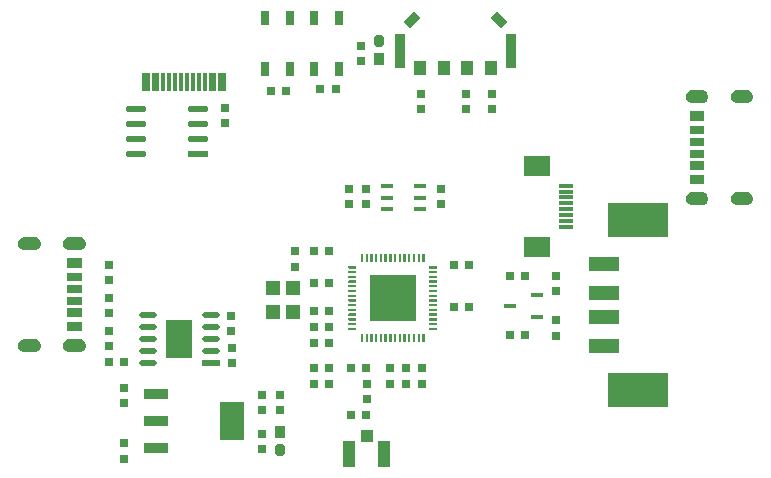
<source format=gtp>
G04*
G04 #@! TF.GenerationSoftware,Altium Limited,Altium Designer,22.2.1 (43)*
G04*
G04 Layer_Color=8421504*
%FSLAX25Y25*%
%MOIN*%
G70*
G04*
G04 #@! TF.SameCoordinates,8776665F-13AD-43F5-9AD3-E0C3E71DBBC6*
G04*
G04*
G04 #@! TF.FilePolarity,Positive*
G04*
G01*
G75*
%ADD23R,0.03000X0.03000*%
%ADD24R,0.05906X0.02165*%
%ADD25O,0.05906X0.02165*%
%ADD26R,0.09055X0.12598*%
%ADD27R,0.04720X0.03150*%
%ADD28R,0.04720X0.02760*%
%ADD29R,0.15748X0.15748*%
%ADD30R,0.02618X0.00787*%
%ADD31R,0.00787X0.02618*%
%ADD32R,0.01181X0.05906*%
%ADD33R,0.09843X0.04724*%
%ADD34R,0.20276X0.11811*%
G04:AMPARAMS|DCode=35|XSize=47.24mil|YSize=31.5mil|CornerRadius=0mil|HoleSize=0mil|Usage=FLASHONLY|Rotation=315.000|XOffset=0mil|YOffset=0mil|HoleType=Round|Shape=Rectangle|*
%AMROTATEDRECTD35*
4,1,4,-0.02784,0.00557,-0.00557,0.02784,0.02784,-0.00557,0.00557,-0.02784,-0.02784,0.00557,0.0*
%
%ADD35ROTATEDRECTD35*%

G04:AMPARAMS|DCode=36|XSize=47.24mil|YSize=31.5mil|CornerRadius=0mil|HoleSize=0mil|Usage=FLASHONLY|Rotation=45.000|XOffset=0mil|YOffset=0mil|HoleType=Round|Shape=Rectangle|*
%AMROTATEDRECTD36*
4,1,4,-0.00557,-0.02784,-0.02784,-0.00557,0.00557,0.02784,0.02784,0.00557,-0.00557,-0.02784,0.0*
%
%ADD36ROTATEDRECTD36*%

%ADD37R,0.03937X0.05118*%
%ADD38R,0.03543X0.11811*%
%ADD39R,0.03937X0.04134*%
%ADD40R,0.04134X0.08661*%
%ADD41R,0.03000X0.03000*%
%ADD42R,0.04724X0.05118*%
%ADD43R,0.03500X0.04000*%
G04:AMPARAMS|DCode=44|XSize=40mil|YSize=35mil|CornerRadius=0mil|HoleSize=0mil|Usage=FLASHONLY|Rotation=270.000|XOffset=0mil|YOffset=0mil|HoleType=Round|Shape=Octagon|*
%AMOCTAGOND44*
4,1,8,-0.00875,-0.02000,0.00875,-0.02000,0.01750,-0.01125,0.01750,0.01125,0.00875,0.02000,-0.00875,0.02000,-0.01750,0.01125,-0.01750,-0.01125,-0.00875,-0.02000,0.0*
%
%ADD44OCTAGOND44*%

%ADD45R,0.07087X0.02165*%
%ADD46O,0.07087X0.02165*%
%ADD47R,0.02559X0.04724*%
%ADD48R,0.03937X0.01772*%
%ADD49R,0.05118X0.01181*%
%ADD50R,0.08661X0.07087*%
%ADD51R,0.07874X0.03347*%
%ADD52R,0.07874X0.12598*%
G36*
X239786Y128840D02*
X240395Y128231D01*
X240725Y127436D01*
Y126574D01*
X240395Y125779D01*
X239786Y125170D01*
X238991Y124840D01*
X234979D01*
X234184Y125170D01*
X233575Y125779D01*
X233245Y126574D01*
Y127436D01*
X233575Y128231D01*
X234184Y128840D01*
X234979Y129170D01*
X238991D01*
X239786Y128840D01*
D02*
G37*
G36*
X224816D02*
X225425Y128231D01*
X225755Y127436D01*
Y126574D01*
X225425Y125779D01*
X224816Y125170D01*
X224021Y124840D01*
X220009D01*
X219214Y125170D01*
X218605Y125779D01*
X218275Y126574D01*
Y127436D01*
X218605Y128231D01*
X219214Y128840D01*
X220009Y129170D01*
X224021D01*
X224816Y128840D01*
D02*
G37*
G36*
X224380Y119060D02*
X219660D01*
Y122200D01*
X224380D01*
Y119060D01*
D02*
G37*
G36*
Y114530D02*
X219660D01*
Y117280D01*
X224380D01*
Y114530D01*
D02*
G37*
G36*
Y110590D02*
X219660D01*
Y113350D01*
X224380D01*
Y110590D01*
D02*
G37*
G36*
Y106650D02*
X219660D01*
Y109410D01*
X224380D01*
Y106650D01*
D02*
G37*
G36*
Y102720D02*
X219660D01*
Y105470D01*
X224380D01*
Y102720D01*
D02*
G37*
G36*
Y97800D02*
X219660D01*
Y100940D01*
X224380D01*
Y97800D01*
D02*
G37*
G36*
X239786Y94830D02*
X240395Y94221D01*
X240725Y93426D01*
Y92564D01*
X240395Y91769D01*
X239786Y91160D01*
X238991Y90830D01*
X234979D01*
X234184Y91160D01*
X233575Y91769D01*
X233245Y92564D01*
Y93426D01*
X233575Y94221D01*
X234184Y94830D01*
X234979Y95160D01*
X238991D01*
X239786Y94830D01*
D02*
G37*
G36*
X224816D02*
X225425Y94221D01*
X225755Y93426D01*
Y92564D01*
X225425Y91769D01*
X224816Y91160D01*
X224021Y90830D01*
X220009D01*
X219214Y91160D01*
X218605Y91769D01*
X218275Y92564D01*
Y93426D01*
X218605Y94221D01*
X219214Y94830D01*
X220009Y95160D01*
X224021D01*
X224816Y94830D01*
D02*
G37*
G36*
X17286Y79840D02*
X17895Y79231D01*
X18225Y78436D01*
Y77574D01*
X17895Y76779D01*
X17286Y76170D01*
X16491Y75840D01*
X12479D01*
X11684Y76170D01*
X11075Y76779D01*
X10745Y77574D01*
Y78436D01*
X11075Y79231D01*
X11684Y79840D01*
X12479Y80170D01*
X16491D01*
X17286Y79840D01*
D02*
G37*
G36*
X2316D02*
X2925Y79231D01*
X3255Y78436D01*
Y77574D01*
X2925Y76779D01*
X2316Y76170D01*
X1521Y75840D01*
X-2491D01*
X-3286Y76170D01*
X-3895Y76779D01*
X-4225Y77574D01*
Y78436D01*
X-3895Y79231D01*
X-3286Y79840D01*
X-2491Y80170D01*
X1521D01*
X2316Y79840D01*
D02*
G37*
G36*
X131193Y72022D02*
X130405D01*
Y74640D01*
X131193D01*
Y72022D01*
D02*
G37*
G36*
X129619D02*
X128831D01*
Y74640D01*
X129619D01*
Y72022D01*
D02*
G37*
G36*
X128044D02*
X127256D01*
Y74640D01*
X128044D01*
Y72022D01*
D02*
G37*
G36*
X126469D02*
X125681D01*
Y74640D01*
X126469D01*
Y72022D01*
D02*
G37*
G36*
X124894D02*
X124106D01*
Y74640D01*
X124894D01*
Y72022D01*
D02*
G37*
G36*
X123319D02*
X122531D01*
Y74640D01*
X123319D01*
Y72022D01*
D02*
G37*
G36*
X121745D02*
X120957D01*
Y74640D01*
X121745D01*
Y72022D01*
D02*
G37*
G36*
X120170D02*
X119382D01*
Y74640D01*
X120170D01*
Y72022D01*
D02*
G37*
G36*
X118595D02*
X117807D01*
Y74640D01*
X118595D01*
Y72022D01*
D02*
G37*
G36*
X117020D02*
X116232D01*
Y74640D01*
X117020D01*
Y72022D01*
D02*
G37*
G36*
X115445D02*
X114657D01*
Y74640D01*
X115445D01*
Y72022D01*
D02*
G37*
G36*
X113871D02*
X113083D01*
Y74640D01*
X113871D01*
Y72022D01*
D02*
G37*
G36*
X112296D02*
X111508D01*
Y74640D01*
X112296D01*
Y72022D01*
D02*
G37*
G36*
X110721D02*
X109933D01*
Y74640D01*
X110721D01*
Y72022D01*
D02*
G37*
G36*
X16840Y70060D02*
X12120D01*
Y73200D01*
X16840D01*
Y70060D01*
D02*
G37*
G36*
X135288Y69758D02*
X132670D01*
Y70546D01*
X135288D01*
Y69758D01*
D02*
G37*
G36*
X108457D02*
X105839D01*
Y70546D01*
X108457D01*
Y69758D01*
D02*
G37*
G36*
X135288Y68183D02*
X132670D01*
Y68971D01*
X135288D01*
Y68183D01*
D02*
G37*
G36*
X108457D02*
X105839D01*
Y68971D01*
X108457D01*
Y68183D01*
D02*
G37*
G36*
X135288Y66608D02*
X132670D01*
Y67396D01*
X135288D01*
Y66608D01*
D02*
G37*
G36*
X108457D02*
X105839D01*
Y67396D01*
X108457D01*
Y66608D01*
D02*
G37*
G36*
X16840Y65530D02*
X12120D01*
Y68280D01*
X16840D01*
Y65530D01*
D02*
G37*
G36*
X135288Y65034D02*
X132670D01*
Y65822D01*
X135288D01*
Y65034D01*
D02*
G37*
G36*
X108457D02*
X105839D01*
Y65822D01*
X108457D01*
Y65034D01*
D02*
G37*
G36*
X135288Y63459D02*
X132670D01*
Y64247D01*
X135288D01*
Y63459D01*
D02*
G37*
G36*
X108457D02*
X105839D01*
Y64247D01*
X108457D01*
Y63459D01*
D02*
G37*
G36*
X135288Y61884D02*
X132670D01*
Y62672D01*
X135288D01*
Y61884D01*
D02*
G37*
G36*
X108457D02*
X105839D01*
Y62672D01*
X108457D01*
Y61884D01*
D02*
G37*
G36*
X16840Y61590D02*
X12120D01*
Y64350D01*
X16840D01*
Y61590D01*
D02*
G37*
G36*
X135288Y60309D02*
X132670D01*
Y61097D01*
X135288D01*
Y60309D01*
D02*
G37*
G36*
X108457D02*
X105839D01*
Y61097D01*
X108457D01*
Y60309D01*
D02*
G37*
G36*
X135288Y58734D02*
X132670D01*
Y59522D01*
X135288D01*
Y58734D01*
D02*
G37*
G36*
X108457D02*
X105839D01*
Y59522D01*
X108457D01*
Y58734D01*
D02*
G37*
G36*
X16840Y57650D02*
X12120D01*
Y60410D01*
X16840D01*
Y57650D01*
D02*
G37*
G36*
X135288Y57160D02*
X132670D01*
Y57948D01*
X135288D01*
Y57160D01*
D02*
G37*
G36*
X108457D02*
X105839D01*
Y57948D01*
X108457D01*
Y57160D01*
D02*
G37*
G36*
X135288Y55585D02*
X132670D01*
Y56373D01*
X135288D01*
Y55585D01*
D02*
G37*
G36*
X108457D02*
X105839D01*
Y56373D01*
X108457D01*
Y55585D01*
D02*
G37*
G36*
X135288Y54010D02*
X132670D01*
Y54798D01*
X135288D01*
Y54010D01*
D02*
G37*
G36*
X108457D02*
X105839D01*
Y54798D01*
X108457D01*
Y54010D01*
D02*
G37*
G36*
X16840Y53720D02*
X12120D01*
Y56470D01*
X16840D01*
Y53720D01*
D02*
G37*
G36*
X126862Y53617D02*
X114264D01*
Y66215D01*
X126862D01*
Y53617D01*
D02*
G37*
G36*
X135288Y52435D02*
X132670D01*
Y53223D01*
X135288D01*
Y52435D01*
D02*
G37*
G36*
X108457D02*
X105839D01*
Y53223D01*
X108457D01*
Y52435D01*
D02*
G37*
G36*
X135288Y50860D02*
X132670D01*
Y51648D01*
X135288D01*
Y50860D01*
D02*
G37*
G36*
X108457D02*
X105839D01*
Y51648D01*
X108457D01*
Y50860D01*
D02*
G37*
G36*
X135288Y49286D02*
X132670D01*
Y50074D01*
X135288D01*
Y49286D01*
D02*
G37*
G36*
X108457D02*
X105839D01*
Y50074D01*
X108457D01*
Y49286D01*
D02*
G37*
G36*
X16840Y48800D02*
X12120D01*
Y51940D01*
X16840D01*
Y48800D01*
D02*
G37*
G36*
X131193Y45191D02*
X130405D01*
Y47809D01*
X131193D01*
Y45191D01*
D02*
G37*
G36*
X129619D02*
X128831D01*
Y47809D01*
X129619D01*
Y45191D01*
D02*
G37*
G36*
X128044D02*
X127256D01*
Y47809D01*
X128044D01*
Y45191D01*
D02*
G37*
G36*
X126469D02*
X125681D01*
Y47809D01*
X126469D01*
Y45191D01*
D02*
G37*
G36*
X124894D02*
X124106D01*
Y47809D01*
X124894D01*
Y45191D01*
D02*
G37*
G36*
X123319D02*
X122531D01*
Y47809D01*
X123319D01*
Y45191D01*
D02*
G37*
G36*
X121745D02*
X120957D01*
Y47809D01*
X121745D01*
Y45191D01*
D02*
G37*
G36*
X120170D02*
X119382D01*
Y47809D01*
X120170D01*
Y45191D01*
D02*
G37*
G36*
X118595D02*
X117807D01*
Y47809D01*
X118595D01*
Y45191D01*
D02*
G37*
G36*
X117020D02*
X116232D01*
Y47809D01*
X117020D01*
Y45191D01*
D02*
G37*
G36*
X115445D02*
X114657D01*
Y47809D01*
X115445D01*
Y45191D01*
D02*
G37*
G36*
X113871D02*
X113083D01*
Y47809D01*
X113871D01*
Y45191D01*
D02*
G37*
G36*
X112296D02*
X111508D01*
Y47809D01*
X112296D01*
Y45191D01*
D02*
G37*
G36*
X110721D02*
X109933D01*
Y47809D01*
X110721D01*
Y45191D01*
D02*
G37*
G36*
X17286Y45830D02*
X17895Y45221D01*
X18225Y44426D01*
Y43564D01*
X17895Y42769D01*
X17286Y42160D01*
X16491Y41830D01*
X12479D01*
X11684Y42160D01*
X11075Y42769D01*
X10745Y43564D01*
Y44426D01*
X11075Y45221D01*
X11684Y45830D01*
X12479Y46160D01*
X16491D01*
X17286Y45830D01*
D02*
G37*
G36*
X2316D02*
X2925Y45221D01*
X3255Y44426D01*
Y43564D01*
X2925Y42769D01*
X2316Y42160D01*
X1521Y41830D01*
X-2491D01*
X-3286Y42160D01*
X-3895Y42769D01*
X-4225Y43564D01*
Y44426D01*
X-3895Y45221D01*
X-3286Y45830D01*
X-2491Y46160D01*
X1521D01*
X2316Y45830D01*
D02*
G37*
D23*
X64600Y123359D02*
D03*
Y118241D02*
D03*
X111827Y26201D02*
D03*
Y31319D02*
D03*
X99401Y31418D02*
D03*
Y36536D02*
D03*
X83000Y27759D02*
D03*
Y22641D02*
D03*
X94342Y31418D02*
D03*
Y36536D02*
D03*
X110000Y138941D02*
D03*
Y144059D02*
D03*
X175000Y47442D02*
D03*
Y52560D02*
D03*
Y62117D02*
D03*
Y67235D02*
D03*
X136500Y91293D02*
D03*
Y96411D02*
D03*
X130000Y122941D02*
D03*
Y128059D02*
D03*
X145000Y122941D02*
D03*
Y128059D02*
D03*
X153500Y122941D02*
D03*
Y128059D02*
D03*
X119600Y31418D02*
D03*
Y36536D02*
D03*
X124883Y31418D02*
D03*
Y36536D02*
D03*
X130200Y36512D02*
D03*
Y31394D02*
D03*
X31000Y6441D02*
D03*
Y11559D02*
D03*
X31000Y30059D02*
D03*
Y24941D02*
D03*
X26000Y49059D02*
D03*
Y43941D02*
D03*
Y60059D02*
D03*
Y54941D02*
D03*
X77000Y14759D02*
D03*
Y9641D02*
D03*
X77000Y27759D02*
D03*
Y22641D02*
D03*
X66800Y54059D02*
D03*
Y48941D02*
D03*
X66833Y43259D02*
D03*
Y38141D02*
D03*
X88146Y75559D02*
D03*
Y70441D02*
D03*
X111500Y91269D02*
D03*
Y96387D02*
D03*
X106000Y96411D02*
D03*
Y91293D02*
D03*
X26000Y65941D02*
D03*
Y71059D02*
D03*
D24*
X59900Y38440D02*
D03*
D25*
Y42377D02*
D03*
Y46314D02*
D03*
Y54188D02*
D03*
Y50251D02*
D03*
X39015Y38440D02*
D03*
Y42377D02*
D03*
Y54188D02*
D03*
Y50251D02*
D03*
Y46314D02*
D03*
D26*
X49457D02*
D03*
D27*
X222020Y99370D02*
D03*
Y120630D02*
D03*
X14480Y71630D02*
D03*
Y50370D02*
D03*
D28*
X222020Y104090D02*
D03*
Y108030D02*
D03*
Y111970D02*
D03*
Y115910D02*
D03*
X14480Y66910D02*
D03*
Y62970D02*
D03*
Y59030D02*
D03*
Y55090D02*
D03*
D29*
X120563Y59916D02*
D03*
D30*
X107148Y49680D02*
D03*
Y51254D02*
D03*
Y52829D02*
D03*
Y54404D02*
D03*
Y55979D02*
D03*
Y57554D02*
D03*
Y59128D02*
D03*
Y60703D02*
D03*
Y62278D02*
D03*
Y63853D02*
D03*
Y65428D02*
D03*
Y67002D02*
D03*
Y68577D02*
D03*
Y70152D02*
D03*
X133979D02*
D03*
Y68577D02*
D03*
Y67002D02*
D03*
Y65428D02*
D03*
Y63853D02*
D03*
Y62278D02*
D03*
Y60703D02*
D03*
Y59128D02*
D03*
Y57554D02*
D03*
Y55979D02*
D03*
Y54404D02*
D03*
Y52829D02*
D03*
Y51254D02*
D03*
Y49680D02*
D03*
D31*
X110327Y73331D02*
D03*
X111902D02*
D03*
X113477D02*
D03*
X115051D02*
D03*
X116626D02*
D03*
X118201D02*
D03*
X119776D02*
D03*
X121351D02*
D03*
X122925D02*
D03*
X124500D02*
D03*
X126075D02*
D03*
X127650D02*
D03*
X129225D02*
D03*
X130799D02*
D03*
Y46500D02*
D03*
X129225D02*
D03*
X127650D02*
D03*
X126075D02*
D03*
X124500D02*
D03*
X122925D02*
D03*
X121351D02*
D03*
X119776D02*
D03*
X118201D02*
D03*
X116626D02*
D03*
X115051D02*
D03*
X113477D02*
D03*
X111902D02*
D03*
X110327D02*
D03*
D32*
X37811Y132079D02*
D03*
X38992D02*
D03*
X40961D02*
D03*
X42142D02*
D03*
X44110D02*
D03*
X46079D02*
D03*
X48047D02*
D03*
X50016D02*
D03*
X51984D02*
D03*
X53953D02*
D03*
X55921D02*
D03*
X57890D02*
D03*
X59858D02*
D03*
X61039D02*
D03*
X63008D02*
D03*
X64189D02*
D03*
D33*
X190858Y43866D02*
D03*
Y53709D02*
D03*
Y61583D02*
D03*
Y71425D02*
D03*
D34*
X202276Y29299D02*
D03*
Y85992D02*
D03*
D35*
X155926Y152486D02*
D03*
D36*
X126950Y152485D02*
D03*
D37*
X153249Y136500D02*
D03*
X129627D02*
D03*
X145374D02*
D03*
X137500D02*
D03*
D38*
X122934Y142209D02*
D03*
X159942D02*
D03*
D39*
X111827Y14083D02*
D03*
D40*
X106020Y8079D02*
D03*
X117634D02*
D03*
D41*
X106661Y21000D02*
D03*
X111779D02*
D03*
X99435Y45000D02*
D03*
X94317D02*
D03*
Y50250D02*
D03*
X99435D02*
D03*
X94317Y55500D02*
D03*
X99435D02*
D03*
X106661Y36511D02*
D03*
X111779D02*
D03*
X79941Y129000D02*
D03*
X85059D02*
D03*
X146059Y57000D02*
D03*
X140941D02*
D03*
X31059Y38500D02*
D03*
X25941D02*
D03*
X164759Y67200D02*
D03*
X159641D02*
D03*
X146059Y71100D02*
D03*
X140941D02*
D03*
X164783Y47500D02*
D03*
X159665D02*
D03*
X99459Y64800D02*
D03*
X94341D02*
D03*
Y75533D02*
D03*
X99459D02*
D03*
X96441Y129500D02*
D03*
X101559D02*
D03*
D42*
X80554Y55166D02*
D03*
Y63434D02*
D03*
X87247D02*
D03*
Y55166D02*
D03*
D43*
X83000Y15200D02*
D03*
X116000Y139500D02*
D03*
D44*
X83000Y9200D02*
D03*
X116000Y145500D02*
D03*
D45*
X55635Y107900D02*
D03*
D46*
Y112900D02*
D03*
Y117900D02*
D03*
Y122900D02*
D03*
X34965Y107900D02*
D03*
Y112900D02*
D03*
Y117900D02*
D03*
Y122900D02*
D03*
D47*
X86425Y153238D02*
D03*
Y136309D02*
D03*
X77961Y153238D02*
D03*
Y136309D02*
D03*
X102811Y153238D02*
D03*
Y136309D02*
D03*
X94347Y153238D02*
D03*
Y136309D02*
D03*
D48*
X129500Y97162D02*
D03*
Y93422D02*
D03*
Y89682D02*
D03*
X118500D02*
D03*
Y93422D02*
D03*
Y97162D02*
D03*
X168600Y53560D02*
D03*
Y61040D02*
D03*
X159671Y57300D02*
D03*
D49*
X178331Y83610D02*
D03*
Y97390D02*
D03*
Y95421D02*
D03*
Y93453D02*
D03*
Y91484D02*
D03*
Y89516D02*
D03*
Y87547D02*
D03*
Y85579D02*
D03*
D50*
X168500Y103886D02*
D03*
X168500Y77114D02*
D03*
D51*
X41500Y28055D02*
D03*
Y19000D02*
D03*
Y9945D02*
D03*
D52*
X67000Y19000D02*
D03*
M02*

</source>
